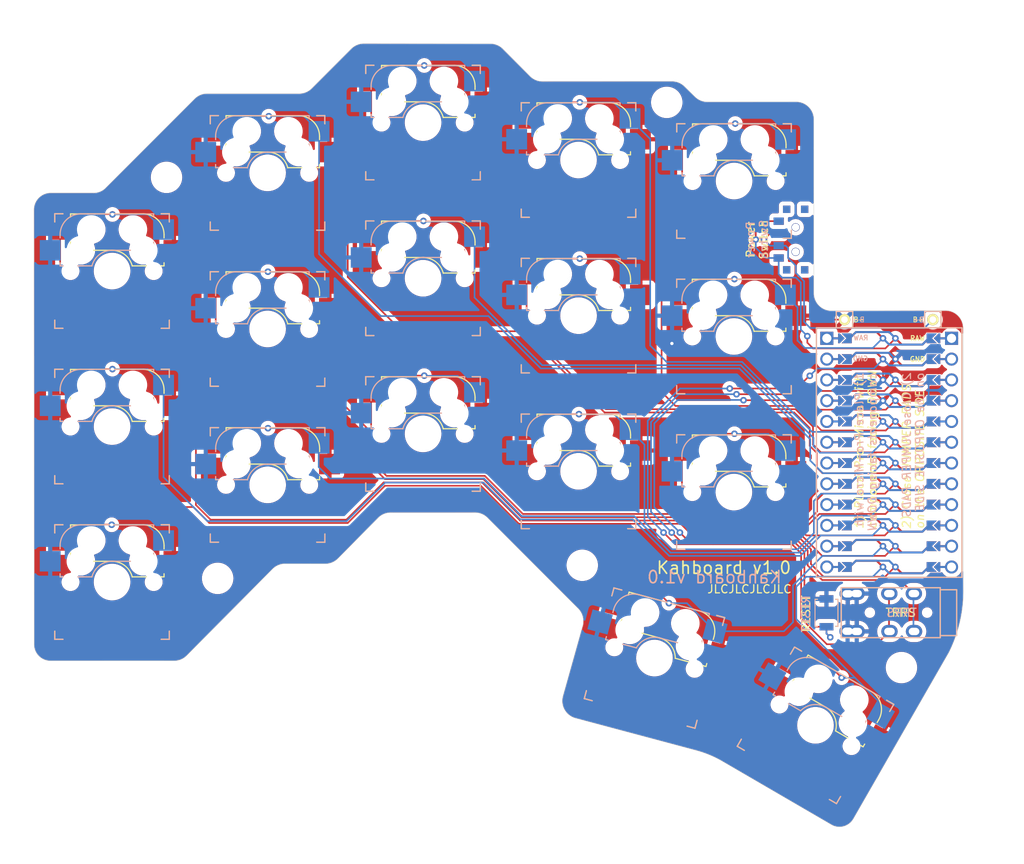
<source format=kicad_pcb>
(kicad_pcb (version 20221018) (generator pcbnew)
  (title_block (title "Kahboard") (date "2023-06-17") (rev "1.0") (company "Antoine Kahlouche"))
  (layers (0 "F.Cu" signal) (31 "B.Cu" signal) (34 "B.Paste" user) (35 "F.Paste" user) (36 "B.SilkS" user "B.Silkscreen") (37 "F.SilkS" user "F.Silkscreen") (38 "B.Mask" user) (39 "F.Mask" user) (44 "Edge.Cuts" user))
  (net 0 "")
  (net 1 "gnd")
  (net 2 "vcc")
  (net 3 "Switch18")
  (net 4 "reset")
  (net 5 "Switch1")
  (net 6 "Switch2")
  (net 7 "Switch3")
  (net 8 "Switch4")
  (net 9 "Switch5")
  (net 10 "Switch6")
  (net 11 "Switch7")
  (net 12 "Switch8")
  (net 13 "Switch9")
  (net 14 "Switch10")
  (net 15 "Switch11")
  (net 16 "Switch12")
  (net 17 "Switch13")
  (net 18 "Switch14")
  (net 19 "Switch15")
  (net 20 "Switch16")
  (net 21 "Switch17")
  (net 22 "raw")
  (net 23 "BT+_r")
  (net 24 "Net-(SW_POWERR1-Pad1)")
  (footprint "kbd:1pin_conn" (layer "F.Cu") (at 145.288 82.931)
    (fp_text reference "Bat+r1" hide)
    (fp_text value "MountingHole_Pad" hide)
  )
  (footprint "kbd:1pin_conn" (layer "F.Cu") (at 134.493 82.931)
    (fp_text reference "BatGND1" hide)
    (fp_text value "MountingHole_Pad" hide)
  )
  (footprint "Keyswitches by Daprice:Kailh_socket_MX_reversible_sameside" (layer "F.Cu") (at 45 96)
    (fp_text reference "SW2" hide)
    (fp_text value "SW_Push" hide)
  )
  (footprint "Keyswitches by Daprice:Kailh_socket_MX_reversible_sameside" (layer "F.Cu") (at 120.98 104.008)
    (fp_text reference "SW3" hide)
    (fp_text value "SW_Push" hide)
  )
  (footprint "Keyswitches by Daprice:Kailh_socket_MX_reversible_sameside" (layer "F.Cu") (at 83 58.86)
    (fp_text reference "SW4" hide)
    (fp_text value "SW_Push" hide)
  )
  (footprint "Keyswitches by Daprice:Kailh_socket_MX_reversible_sameside" (layer "F.Cu") (at 102 82.45)
    (fp_text reference "SW5" hide)
    (fp_text value "SW_Push" hide)
  )
  (footprint "Keyswitches by Daprice:Kailh_socket_MX_reversible_sameside" (layer "F.Cu") (at 121 66)
    (fp_text reference "SW6" hide)
    (fp_text value "SW_Push" hide)
  )
  (footprint "Keyswitches by Daprice:Kailh_socket_MX_reversible_sameside" (layer "F.Cu") (at 83 96.896)
    (fp_text reference "SW8" hide)
    (fp_text value "SW_Push" hide)
  )
  (footprint "Keyswitches by Daprice:Kailh_socket_MX_reversible_sameside" (layer "F.Cu") (at 64 84.074)
    (fp_text reference "SW9" hide)
    (fp_text value "SW_Push" hide)
  )
  (footprint "Keyswitches by Daprice:Kailh_socket_MX_reversible_sameside" (layer "F.Cu") (at 45 77)
    (fp_text reference "SW10" hide)
    (fp_text value "SW_Push" hide)
  )
  (footprint "Keyswitches by Daprice:Kailh_socket_MX_reversible_sameside" (layer "F.Cu") (at 45 115)
    (fp_text reference "SW11" hide)
    (fp_text value "SW_Push" hide)
  )
  (footprint "Keyswitches by Daprice:Kailh_socket_MX_reversible_sameside" (layer "F.Cu") (at 120.98 84.99)
    (fp_text reference "SW12" hide)
    (fp_text value "SW_Push" hide)
  )
  (footprint "Keyswitches by Daprice:Kailh_socket_MX_reversible_sameside" (layer "F.Cu") (at 101.994 63.432)
    (fp_text reference "SW14" hide)
    (fp_text value "SW_Push" hide)
  )
  (footprint "Keyswitches by Daprice:Kailh_socket_MX_reversible_sameside" (layer "F.Cu") (at 83 77.878)
    (fp_text reference "SW15" hide)
    (fp_text value "SW_Push" hide)
  )
  (footprint "Keyswitches by Daprice:Kailh_socket_MX_reversible_sameside" (layer "F.Cu") (at 102 101.468)
    (fp_text reference "SW17" hide)
    (fp_text value "SW_Push" hide)
  )
  (footprint "Keyswitches by Daprice:Kailh_socket_MX_reversible_sameside" (layer "F.Cu") (at 130.95 132.504 -30)
    (fp_text reference "SW20" hide)
    (fp_text value "SW_Push" hide)
  )
  (footprint "Keyswitches by Daprice:Kailh_socket_MX_reversible_sameside" (layer "F.Cu") (at 111.272 124.288 -15)
    (fp_text reference "SW21" hide)
    (fp_text value "SW_Push" hide)
  )
  (footprint "kbd:SW_SPST_B3U-1000P" (layer "F.Cu") (at 132.291 118.758 -90)
    (fp_text reference "RST_B" hide)
    (fp_text value "SW_Push")
  )
  (footprint "Keyswitches by Daprice:Kailh_socket_MX_reversible_sameside" (layer "F.Cu") (at 64.008 103.124)
    (fp_text reference "SW18" hide)
    (fp_text value "SW_Push" hide)
  )
  (footprint "Promicro-Jumpers:ProMicro_facedown" (layer "F.Cu") (at 139.954 99.187 -90)
    (fp_text reference "U1" hide)
    (fp_text value "ProMicro-kbd" hide)
  )
  (footprint "Kailh:TRRS-PJ-DPB2" (layer "F.Cu") (at 146.19 118.734 -90)
    (fp_text reference "J2")
    (fp_text value "AudioJack4dpb" hide)
  )
  (footprint "Keyswitches by Daprice:Kailh_socket_MX_reversible_sameside" (layer "F.Cu") (at 64 65)
    (fp_text reference "SW16" hide)
    (fp_text value "SW_Push" hide)
  )
  (footprint "duckyb-footprints:MountingHole_3.35mm" (layer "F.Cu") (at 51.652 65.549)
    (fp_text reference "Mounting 04" hide)
    (fp_text value "MountingHole_3.35mm")
  )
  (footprint "duckyb-footprints:MountingHole_3.35mm" (layer "F.Cu") (at 57.902 114.549)
    (fp_text reference "Mounting 03" hide)
    (fp_text value "MountingHole_3.35mm")
  )
  (footprint "Kailh:SPDT_C128955r" (layer "F.Cu") (at 128.524 73.152 -90)
    (fp_text reference "SW_POWERR_BK" hide)
    (fp_text value "SW_SPDT")
  )
  (footprint "duckyb-footprints:MountingHole_3.35mm" (layer "F.Cu") (at 141.452 125.449)
    (fp_text reference "Mounting 02" hide)
    (fp_text value "MountingHole_3.35mm")
  )
  (footprint "duckyb-footprints:MountingHole_3.35mm" (layer "F.Cu") (at 102.452 112.949)
    (fp_text reference "Mounting 05" hide)
    (fp_text value "MountingHole_3.35mm")
  )
  (footprint "duckyb-footprints:MountingHole_3.35mm" (layer "F.Cu") (at 112.776 56.388)
    (fp_text reference "Mounting 01" hide)
    (fp_text value "MountingHole_3.35mm")
  )
  (footprint "Kailh:SPDT_C128955" (layer "B.Cu") (at 128.524 73.152 90)
    (fp_text reference "SW_POWERR1" hide)
    (fp_text value "SW_SPDT")
  )
  (footprint "kbd:SW_SPST_B3U-1000P" (layer "B.Cu") (at 132.289 118.758 -90)
    (fp_text reference "RST_F" hide)
    (fp_text value "SW_Push")
  )
  (gr_arc (start 117.746 56.326245) (mid 116.936926 56.168754) (end 116.246 55.71928) (stroke (width 0.05)) (layer "Edge.Cuts"))
  (gr_arc (start 97.596 53.826245) (mid 96.786926 53.668754) (end 96.096 53.21928) (stroke (width 0.05)) (layer "Edge.Cuts"))
  (gr_arc (start 72.626925 112.099208) (mid 71.904534 112.594847) (end 71.046 112.76928) (stroke (width 0.05)) (layer "Edge.Cuts"))
  (gr_line (start 35.452 69.499) (end 35.473467 122.687563) (stroke (width 0.05)) (layer "Edge.Cuts"))
  (gr_line (start 149.006 113.69778) (end 149.018 116.21728) (stroke (width 0.05)) (layer "Edge.Cuts"))
  (gr_line (start 130.752 79.699) (end 130.746 58.46928) (stroke (width 0.05)) (layer "Edge.Cuts"))
  (gr_arc (start 77.546 107.11928) (mid 78.260224 106.660535) (end 79.096146 106.512897) (stroke (width 0.05)) (layer "Edge.Cuts"))
  (gr_line (start 132.902 81.849) (end 146.845999 81.819281) (stroke (width 0.05)) (layer "Edge.Cuts"))
  (gr_line (start 66.196154 112.762897) (end 71.046 112.76928) (stroke (width 0.05)) (layer "Edge.Cuts"))
  (gr_line (start 69.401635 54.674915) (end 74.196001 49.869281) (stroke (width 0.05)) (layer "Edge.Cuts"))
  (gr_line (start 37.508468 124.618481) (end 52.596 124.61928) (stroke (width 0.05)) (layer "Edge.Cuts"))
  (gr_line (start 56.596 55.31928) (end 67.846 55.31928) (stroke (width 0.05)) (layer "Edge.Cuts"))
  (gr_arc (start 116.230639 135.52861) (mid 117.827343 136.050955) (end 119.346 136.76928) (stroke (width 0.05)) (layer "Edge.Cuts"))
  (gr_arc (start 69.401635 54.674915) (mid 68.687904 55.151815) (end 67.846 55.31928) (stroke (width 0.05)) (layer "Edge.Cuts"))
  (gr_arc (start 128.596 56.31928) (mid 130.11628 56.949) (end 130.746 58.46928) (stroke (width 0.05)) (layer "Edge.Cuts"))
  (gr_line (start 147.255679 123.582937) (end 135.537005 143.999565) (stroke (width 0.05)) (layer "Edge.Cuts"))
  (gr_arc (start 89.295799 106.510581) (mid 90.198076 106.685226) (end 90.946 107.21928) (stroke (width 0.05)) (layer "Edge.Cuts"))
  (gr_arc (start 113.496 53.81928) (mid 114.304176 54.0056) (end 114.983588 54.481271) (stroke (width 0.05)) (layer "Edge.Cuts"))
  (gr_arc (start 54.091156 124.014275) (mid 53.402462 124.462298) (end 52.596 124.61928) (stroke (width 0.05)) (layer "Edge.Cuts"))
  (gr_line (start 79.096146 106.512897) (end 89.295799 106.510581) (stroke (width 0.05)) (layer "Edge.Cuts"))
  (gr_arc (start 35.452 69.499) (mid 36.052431 68.049431) (end 37.502 67.449) (stroke (width 0.05)) (layer "Edge.Cuts"))
  (gr_line (start 113.496 53.81928) (end 97.596 53.826245) (stroke (width 0.05)) (layer "Edge.Cuts"))
  (gr_line (start 54.091156 124.014275) (end 64.646 113.36928) (stroke (width 0.05)) (layer "Edge.Cuts"))
  (gr_arc (start 44.152 66.899) (mid 43.504613 67.307761) (end 42.752431 67.45065) (stroke (width 0.05)) (layer "Edge.Cuts"))
  (gr_arc (start 146.845999 81.819281) (mid 148.366286 82.449) (end 148.995999 83.969281) (stroke (width 0.05)) (layer "Edge.Cuts"))
  (gr_line (start 114.983588 54.481271) (end 116.246 55.71928) (stroke (width 0.05)) (layer "Edge.Cuts"))
  (gr_arc (start 64.646 113.36928) (mid 65.360228 112.910534) (end 66.196154 112.762897) (stroke (width 0.05)) (layer "Edge.Cuts"))
  (gr_arc (start 101.596 131.619279) (mid 100.292104 130.589409) (end 100.090145 128.94017) (stroke (width 0.05)) (layer "Edge.Cuts"))
  (gr_arc (start 37.508468 124.618481) (mid 36.096019 124.06926) (end 35.473467 122.687563) (stroke (width 0.05)) (layer "Edge.Cuts"))
  (gr_arc (start 132.902 81.849) (mid 131.381716 81.219284) (end 130.752 79.699) (stroke (width 0.05)) (layer "Edge.Cuts"))
  (gr_line (start 102.496 120.36928) (end 100.090145 128.94017) (stroke (width 0.05)) (layer "Edge.Cuts"))
  (gr_line (start 72.626925 112.099208) (end 77.546 107.11928) (stroke (width 0.05)) (layer "Edge.Cuts"))
  (gr_line (start 148.995999 83.969281) (end 149.006 113.69778) (stroke (width 0.05)) (layer "Edge.Cuts"))
  (gr_line (start 37.502 67.449) (end 42.752431 67.449431) (stroke (width 0.05)) (layer "Edge.Cuts"))
  (gr_line (start 91.196 49.219281) (end 75.796216 49.2008) (stroke (width 0.05)) (layer "Edge.Cuts"))
  (gr_line (start 90.946 107.21928) (end 101.940343 118.224939) (stroke (width 0.05)) (layer "Edge.Cuts"))
  (gr_arc (start 74.196001 49.869281) (mid 74.927092 49.369829) (end 75.796216 49.2008) (stroke (width 0.05)) (layer "Edge.Cuts"))
  (gr_arc (start 135.533482 143.997336) (mid 134.317454 144.860168) (end 132.846001 144.619279) (stroke (width 0.05)) (layer "Edge.Cuts"))
  (gr_line (start 101.596 131.619279) (end 116.230639 135.52861) (stroke (width 0.05)) (layer "Edge.Cuts"))
  (gr_line (start 128.596 56.31928) (end 117.746 56.326245) (stroke (width 0.05)) (layer "Edge.Cuts"))
  (gr_arc (start 101.940343 118.224939) (mid 102.510202 119.221436) (end 102.496 120.36928) (stroke (width 0.05)) (layer "Edge.Cuts"))
  (gr_line (start 44.152 66.899) (end 55.095274 55.942296) (stroke (width 0.05)) (layer "Edge.Cuts"))
  (gr_arc (start 55.095274 55.942296) (mid 55.783546 55.481222) (end 56.596 55.31928) (stroke (width 0.05)) (layer "Edge.Cuts"))
  (gr_line (start 119.346 136.76928) (end 132.846001 144.619279) (stroke (width 0.05)) (layer "Edge.Cuts"))
  (gr_line (start 92.654472 49.75964) (end 96.096 53.21928) (stroke (width 0.05)) (layer "Edge.Cuts"))
  (gr_arc (start 91.196 49.219281) (mid 91.975294 49.354351) (end 92.654472 49.75964) (stroke (width 0.05)) (layer "Edge.Cuts"))
  (gr_arc (start 149.018 116.21728) (mid 148.55683 120.000596) (end 147.255679 123.582937) (stroke (width 0.05)) (layer "Edge.Cuts"))
  (gr_text "1) Place Pro-Micro with\ncomponents facing DOWN" (at 137.102 89.281 90) (layer "B.SilkS") (effects (font (size 1 1) (thickness 0.15) italic) (justify left mirror)))
  (gr_text "2) Close JUMPER PADS\non the OPPOSITE SIDE" (at 142.902 89.281 90) (layer "B.SilkS") (effects (font (size 1 1) (thickness 0.15) italic) (justify left mirror)))
  (gr_text "B+" (at 143.51 82.931) (layer "B.SilkS") (effects (font (size 0.6 0.6) (thickness 0.1)) (justify mirror)))
  (gr_text "Power\nSwitch" (at 123.825 73.152 90) (layer "B.SilkS") (effects (font (size 1 1)) (justify mirror)))
  (gr_text "GND" (at 135.4455 87.6935) (layer "B.SilkS") (effects (font (size 0.6 0.6) (thickness 0.12)) (justify right mirror)))
  (gr_text "RAW" (at 135.509 85.1535) (layer "B.SilkS") (effects (font (size 0.6 0.6) (thickness 0.12)) (justify right mirror)))
  (gr_text "B-" (at 136.271 82.931) (layer "B.SilkS") (effects (font (size 0.6 0.6) (thickness 0.1)) (justify mirror)))
  (gr_text "Kahboard v1.0\n" (at 110.252 114.399) (layer "B.SilkS") (effects (font (size 1.5 1.5) (thickness 0.2) bold) (justify right mirror)))
  (gr_text "GND" (at 144.399 87.757) (layer "F.SilkS") (effects (font (size 0.6 0.6) (thickness 0.12)) (justify right)))
  (gr_text "B+" (at 143.51 82.931) (layer "F.SilkS") (effects (font (size 0.6 0.6) (thickness 0.1))))
  (gr_text "1) Place Pro-Micro with\ncomponents facing DOWN" (at 137.102 108.585 90) (layer "F.SilkS") (effects (font (size 1 1) (thickness 0.15) italic) (justify left)))
  (gr_text "JLCJLCJLCJLC" (at 117.641284 116.449) (layer "F.SilkS") (effects (font (size 1 1)) (justify left bottom)))
  (gr_text "2) Close JUMPER PADS\non the OPPOSITE SIDE" (at 142.902 108.585 90) (layer "F.SilkS") (effects (font (size 1 1) (thickness 0.15) italic) (justify left)))
  (gr_text "Kahboard v1.0\n" (at 128.102 113.249) (layer "F.SilkS") (effects (font (size 1.5 1.5) (thickness 0.2) bold) (justify right)))
  (gr_text "B-" (at 136.271 82.931) (layer "F.SilkS") (effects (font (size 0.6 0.6) (thickness 0.1))))
  (gr_text "Power\nSwitch" (at 123.825 73.152 90) (layer "F.SilkS") (effects (font (size 1 1))))
  (gr_text "RAW" (at 144.399 85.217) (layer "F.SilkS") (effects (font (size 0.6 0.6) (thickness 0.12)) (justify right)))
  (segment (start 113.402 85.849) (end 116.802 89.249) (width 0.2) (layer "F.Cu") (net 1))
  (segment (start 128.54 82.45) (end 129.021 82.931) (width 0.2) (layer "F.Cu") (net 1))
  (segment (start 128.54 85.811) (end 128.54 82.45) (width 0.2) (layer "F.Cu") (net 1))
  (segment (start 139.202 90.287) (end 139.192 90.297) (width 0.2) (layer "F.Cu") (net 1))
  (segment (start 139.202 89.192) (end 139.202 90.287) (width 0.2) (layer "F.Cu") (net 1))
  (segment (start 128.482 85.929) (end 128.482 82.429) (width 0.2) (layer "F.Cu") (net 1))
  (segment (start 140.716 87.757) (end 139.474 88.999) (width 0.2) (layer "F.Cu") (net 1))
  (segment (start 134.89 120.984) (end 134.87 121.004) (width 0.2) (layer "F.Cu") (net 1))
  (segment (start 139.474 88.999) (end 131.552 88.999) (width 0.2) (layer "F.Cu") (net 1))
  (segment (start 134.855 116.399) (end 134.89 116.434) (width 0.2) (layer "F.Cu") (net 1))
  (segment (start 131.552 88.999) (end 128.482 85.929) (width 0.2) (layer "F.Cu") (net 1))
  (segment (start 134.266 117.058) (end 134.89 116.434) (width 0.2) (layer "F.Cu") (net 1))
  (segment (start 129.021 82.931) (end 134.493 82.931) (width 0.2) (layer "F.Cu") (net 1))
  (segment (start 135.97 121.014) (end 135.99 121.034) (width 0.2) (layer "F.Cu") (net 1))
  (segment (start 125.102 89.249) (end 128.54 85.811) (width 0.2) (layer "F.Cu") (net 1))
  (segment (start 140.658 87.736) (end 139.202 89.192) (width 0.2) (layer "F.Cu") (net 1))
  (segment (start 116.802 89.249) (end 125.102 89.249) (width 0.2) (layer "F.Cu") (net 1))
  (via (at 113.402 85.849) (size 0.8) (drill 0.4) (layers "F.Cu" "B.Cu") (net 1))
  (segment (start 134.266 117.058) (end 134.89 116.434) (width 0.2) (layer "B.Cu") (net 1))
  (segment (start 113.402 85.849) (end 113.42 85.831) (width 0.2) (layer "B.Cu") (net 1))
  (segment (start 113.42 85.831) (end 113.42 82.45) (width 0.2) (layer "B.Cu") (net 1))
  (segment (start 134.89 120.984) (end 134.87 121.004) (width 0.2) (layer "B.Cu") (net 1))
  (segment (start 144.78 92.837) (end 144.78 90.297) (width 0.2) (layer "B.Cu") (net 1))
  (segment (start 135.99 116.424) (end 135.97 116.404) (width 0.2) (layer "B.Cu") (net 1))
  (segment (start 129.994 111.163314) (end 129.994 112.969317) (width 0.2) (layer "F.Cu") (net 2))
  (segment (start 128.409686 109.579) (end 129.994 111.163314) (width 0.2) (layer "F.Cu") (net 2))
  (segment (start 115.009738 109.579) (end 128.409686 109.579) (width 0.2) (layer "F.Cu") (net 2))
  (segment (start 129.994 112.969317) (end 130.376 113.351317) (width 0.2) (layer "F.Cu") (net 2))
  (segment (start 131.76768 114.749) (end 141.278 114.749) (width 0.2) (layer "F.Cu") (net 2))
  (segment (start 114.380197 108.949459) (end 115.009738 109.579) (width 0.2) (layer "F.Cu") (net 2))
  (segment (start 130.376 113.351317) (end 130.376 113.35732) (width 0.2) (layer "F.Cu") (net 2))
  (segment (start 128.541058 92.779) (end 129.699058 93.937) (width 0.2) (layer "F.Cu") (net 2))
  (segment (start 139.537 93.937) (end 140.658 92.816) (width 0.2) (layer "F.Cu") (net 2))
  (segment (start 122.1525 92.779) (end 128.541058 92.779) (width 0.2) (layer "F.Cu") (net 2))
  (segment (start 122.152 92.7795) (end 122.1525 92.779) (width 0.2) (layer "F.Cu") (net 2))
  (segment (start 130.376 113.35732) (end 131.76768 114.749) (width 0.2) (layer "F.Cu") (net 2))
  (segment (start 141.278 114.749) (end 142.912 116.383) (width 0.2) (layer "F.Cu") (net 2))
  (segment (start 129.699058 93.937) (end 139.537 93.937) (width 0.2) (layer "F.Cu") (net 2))
  (via (at 122.152 92.7795) (size 0.8) (drill 0.4) (layers "F.Cu" "B.Cu") (net 2))
  (via (at 114.380197 108.949459) (size 0.8) (drill 0.4) (layers "F.Cu" "B.Cu") (net 2))
  (segment (start 114.380197 108.949459) (end 113.679238 108.2485) (width 0.2) (layer "B.Cu") (net 2))
  (segment (start 113.679238 108.2485) (end 113.6515 108.2485) (width 0.2) (layer "B.Cu") (net 2))
  (segment (start 111.252 95.614686) (end 114.117686 92.749) (width 0.2) (layer "B.Cu") (net 2))
  (segment (start 142.92 121.013) (end 142.94 121.033) (width 0.2) (layer "B.Cu") (net 2))
  (segment (start 114.117686 92.749) (end 122.1215 92.749) (width 0.2) (layer "B.Cu") (net 2))
  (segment (start 142.92 116.403) (end 142.92 121.013) (width 0.2) (layer "B.Cu") (net 2))
  (segment (start 111.252 105.849) (end 111.252 95.614686) (width 0.2) (layer "B.Cu") (net 2))
  (segment (start 122.1215 92.749) (end 122.172 92.7995) (width 0.2) (layer "B.Cu") (net 2))
  (segment (start 113.6515 108.2485) (end 111.252 105.849) (width 0.2) (layer "B.Cu") (net 2))
  (segment (start 139.932 121.013) (end 139.932 116.403) (width 0.2) (layer "F.Cu") (net 3))
  (segment (start 139.912 116.747) (end 139.912 116.383) (width 0.2) (layer "F.Cu") (net 3))
  (segment (start 139.944 116.779) (end 139.912 116.747) (width 0.2) (layer "F.Cu") (net 3))
  (segment (start 113.811052 110.379) (end 112.381193 108.949141) (width 0.2) (layer "F.Cu") (net 3))
  (segment (start 132.336315 122.599) (end 129.194 119.456685) (width 0.2) (layer "F.Cu") (net 3))
  (segment (start 130.252 89.799) (end 130.202 89.799) (width 0.2) (layer "F.Cu") (net 3))
  (segment (start 128.078314 110.379) (end 118.422 110.379) (width 0.2) (layer "F.Cu") (net 3))
  (segment (start 129.194 119.456685) (end 129.194 111.494686) (width 0.2) (layer "F.Cu") (net 3))
  (segment (start 129.194 111.494686) (end 128.078314 110.379) (width 0.2) (layer "F.Cu") (net 3))
  (segment (start 139.99 121.034) (end 138.425 122.599) (width 0.2) (layer "F.Cu") (net 3))
  (segment (start 128.6515 91.3495) (end 120.470561 91.3495) (width 0.2) (layer "F.Cu") (net 3))
  (segment (start 139.932 116.403) (end 139.912 116.383) (width 0.2) (layer "F.Cu") (net 3))
  (segment (start 138.425 122.599) (end 132.336315 122.599) (width 0.2) (layer "F.Cu") (net 3))
  (segment (start 130.202 89.799) (end 128.6515 91.3495) (width 0.2) (layer "F.Cu") (net 3))
  (segment (start 118.422 110.379) (end 113.811052 110.379) (width 0.2) (layer "F.Cu") (net 3))
  (via (at 112.381193 108.949141) (size 0.8) (drill 0.4) (layers "F.Cu" "B.Cu") (net 3))
  (via (at 120.470561 91.3495) (size 0.8) (drill 0.4) (layers "F.Cu" "B.Cu") (net 3))
  (via (at 130.252 89.799) (size 0.8) (drill 0.4) (layers "F.Cu" "B.Cu") (net 3))
  (segment (start 110.452 106.999) (end 112.381193 108.928193) (width 0.2) (layer "B.Cu") (net 3))
  (segment (start 114.386314 91.349) (end 110.452 95.283314) (width 0.2) (layer "B.Cu") (net 3))
  (segment (start 120.470561 91.3495) (end 120.470061 91.349) (width 0.2) (layer "B.Cu") (net 3))
  (segment (start 112.381193 108.928193) (end 112.381193 108.949141) (width 0.2) (layer "B.Cu") (net 3))
  (segment (start 131.152 88.899) (end 138.102 88.899) (width 0.2) (layer "B.Cu") (net 3))
  (segment (start 120.470061 91.349) (end 114.386314 91.349) (width 0.2) (layer "B.Cu") (net 3))
  (segment (start 139.94 116.423) (end 139.92 116.403) (width 0.2) (layer "B.Cu") (net 3))
  (segment (start 130.252 89.799) (end 131.152 88.899) (width 0.2) (layer "B.Cu") (net 3))
  (segment (start 139.192 87.809) (end 139.192 87.757) (width 0.2) (layer "B.Cu") (net 3))
  (segment (start 138.102 88.899) (end 139.192 87.809) (width 0.2) (layer "B.Cu") (net 3))
  (segment (start 110.452 95.283314) (end 110.452 106.999) (width 0.2) (layer "B.Cu") (net 3))
  (segment (start 130.761 120.458) (end 129.594 119.291) (width 0.2) (layer "F.Cu") (net 4))
  (segment (start 129.594 111.329) (end 128.244 109.979) (width 0.2) (layer "F.Cu") (net 4))
  (segment (start 121.299221 92.049) (end 129.102 92.049) (width 0.2) (layer "F.Cu") (net 4))
  (segment (start 139.363 91.65) (end 140.716 90.297) (width 0.2) (layer "F.Cu") (net 4))
  (segment (start 128.244 109.979) (end 116.852 109.979) (width 0.2) (layer "F.Cu") (net 4))
  (segment (start 116.852 109.979) (end 114.411195 109.979) (width 0.2) (layer "F.Cu") (net 4))
  (segment (start 121.298721 92.0495) (end 121.299221 92.049) (width 0.2) (layer "F.Cu") (net 4))
  (segment (start 129.501 91.65) (end 139.363 91.65) (width 0.2) (layer "F.Cu") (net 4))
  (segment (start 132.291 120.458) (end 130.761 120.458) (width 0.2) (layer "F.Cu") (net 4))
  (segment (start 114.411195 109.979) (end 113.380695 108.9485) (width 0.2) (layer "F.Cu") (net 4))
  (segment (start 129.594 119.291) (end 129.594 111.329) (width 0.2) (layer "F.Cu") (net 4))
  (segment (start 132.291 120.458) (end 132.291 121.288) (width 0.2) (layer "F.Cu") (net 4))
  (segment (start 132.291 121.288) (end 132.752 121.749) (width 0.2) (layer "F.Cu") (net 4))
  (segment (start 129.102 92.049) (end 129.501 91.65) (width 0.2) (layer "F.Cu") (net 4))
  (via (at 132.752 121.749) (size 0.8) (drill 0.4) (layers "F.Cu" "B.Cu") (net 4))
  (via (at 113.380695 108.9485) (size 0.8) (drill 0.4) (layers "F.Cu" "B.Cu") (net 4))
  (via (at 121.298721 92.0495) (size 0.8) (drill 0.4) (layers "F.Cu" "B.Cu") (net 4))
  (segment (start 110.852 106.419805) (end 113.380695 108.9485) (width 0.2) (layer "B.Cu") (net 4))
  (segment (start 114.252 92.049) (end 110.852 95.449) (width 0.2) (layer "B.Cu") (net 4))
  (segment (start 121.298221 92.049) (end 114.252 92.049) (width 0.2) (layer "B.Cu") (net 4))
  (segment (start 110.852 95.449) (end 110.852 106.419805) (width 0.2) (layer "B.Cu") (net 4))
  (segment (start 132.289 121.286) (end 132.289 120.458) (width 0.2) (layer "B.Cu") (net 4))
  (segment (start 132.752 121.749) (end 132.289 121.286) (width 0.2) (layer "B.Cu") (net 4))
  (segment (start 121.298721 92.0495) (end 121.298221 92.049) (width 0.2) (layer "B.Cu") (net 4))
  (segment (start 40.572 88.979) (end 38.652 90.899) (width 0.2) (layer "F.Cu") (net 5))
  (segment (start 45.044 88.979) (end 40.572 88.979) (width 0.2) (layer "F.Cu") (net 5))
  (via (at 45.044 88.979) (size 0.8) (drill 0.4) (layers "F.Cu" "B.Cu") (net 5))
  (segment (start 108.620628 107.349) (end 113.07063 111.799) (width 0.2) (layer "B.Cu") (net 5))
  (segment (start 131.602 109.299) (end 137.919 109.299) (width 0.2) (layer "B.Cu") (net 5))
  (segment (start 137.919 109.299) (end 139.142 108.076) (width 0.2) (layer "B.Cu") (net 5))
  (segment (start 73.652 107.549) (end 78.352 102.849) (width 0.2) (layer "B.Cu") (net 5))
  (segment (start 90.386314 102.849) (end 94.886315 107.349) (width 0.2) (layer "B.Cu") (net 5))
  (segment (start 94.886315 107.349) (end 108.620628 107.349) (width 0.2) (layer "B.Cu") (net 5))
  (segment (start 78.352 102.849) (end 90.386314 102.849) (width 0.2) (layer "B.Cu") (net 5))
  (segment (start 49.349 88.979) (end 45.044 88.979) (width 0.2) (layer "B.Cu") (net 5))
  (segment (start 51.29 90.92) (end 49.349 88.979) (width 0.2) (layer "B.Cu") (net 5))
  (segment (start 51.29 90.92) (end 51.29 102.187) (width 0.2) (layer "B.Cu") (net 5))
  (segment (start 129.102 111.799) (end 131.602 109.299) (width 0.2) (layer "B.Cu") (net 5))
  (segment (start 51.29 102.187) (end 56.652 107.549) (width 0.2) (layer "B.Cu") (net 5))
  (segment (start 56.652 107.549) (end 73.652 107.549) (width 0.2) (layer "B.Cu") (net 5))
  (segment (start 113.07063 111.799) (end 129.102 111.799) (width 0.2) (layer "B.Cu") (net 5))
  (segment (start 121.044 96.879) (end 116.66 96.879) (width 0.2) (layer "F.Cu") (net 6))
  (segment (start 139.435 104.199) (end 140.658 102.976) (width 0.2) (layer "F.Cu") (net 6))
  (segment (start 114.632 105.767) (end 116.444 107.579) (width 0.2) (layer "F.Cu") (net 6))
  (segment (start 116.66 96.879) (end 114.632 98.907) (width 0.2) (layer "F.Cu") (net 6))
  (segment (start 131.144 106.379) (end 131.144 104.957) (width 0.2) (layer "F.Cu") (net 6))
  (segment (start 131.902 104.199) (end 139.435 104.199) (width 0.2) (layer "F.Cu") (net 6))
  (segment (start 116.444 107.579) (end 129.944 107.579) (width 0.2) (layer "F.Cu") (net 6))
  (segment (start 131.144 104.957) (end 131.902 104.199) (width 0.2) (layer "F.Cu") (net 6))
  (segment (start 129.944 107.579) (end 131.144 106.379) (width 0.2) (layer "F.Cu") (net 6))
  (segment (start 114.632 98.907) (end 114.632 105.767) (width 0.2) (layer "F.Cu") (net 6))
  (via (at 121.044 96.879) (size 0.8) (drill 0.4) (layers "F.Cu" "B.Cu") (net 6))
  (segment (start 127.22 98.927) (end 125.192 96.899) (width 0.2) (layer "B.Cu") (net 6))
  (segment (start 125.192 96.899) (end 121.052 96.899) (width 0.2) (layer "B.Cu") (net 6))
  (segment (start 128.343999 94.279) (end 130.244 96.179001) (width 0.2) (layer "F.Cu") (net 7))
  (segment (start 139.395 101.699) (end 140.658 100.436) (width 0.2) (layer "F.Cu") (net 7))
  (segment (start 131.102 100.999) (end 131.802 101.699) (width 0.2) (layer "F.Cu") (net 7))
  (segment (start 76.6611 53.9801) (end 76.6611 64.3619) (width 0.2) (layer "F.Cu") (net 7))
  (segment (start 73.794 77.729) (end 80.417685 84.352685) (width 0.2) (layer "F.Cu") (net 7))
  (segment (start 130.244 98.356686) (end 131.102 99.214686) (width 0.2) (layer "F.Cu") (net 7))
  (segment (start 78.532 51.879) (end 76.652 53.759) (width 0.2) (layer "F.Cu") (net 7))
  (segment (start 76.652 53.971) (end 76.6611 53.9801) (width 0.2) (layer "F.Cu") (net 7))
  (segment (start 130.244 96.179001) (end 130.244 98.356686) (width 0.2) (layer "F.Cu") (net 7))
  (segment (start 131.802 101.699) (end 139.395 101.699) (width 0.2) (layer "F.Cu") (net 7))
  (segment (start 105.178316 94.279) (end 128.343999 94.279) (width 0.2) (layer "F.Cu") (net 7))
  (segment (start 83.144 51.879) (end 78.532 51.879) (width 0.2) (layer "F.Cu") (net 7))
  (segment (start 76.652 53.759) (end 76.652 53.971) (width 0.2) (layer "F.Cu") (net 7))
  (segment (start 95.252 84.352685) (end 105.178316 94.279) (width 0.2) (layer "F.Cu") (net 7))
  (segment (start 73.794 67.229) (end 73.794 77.729) (width 0.2) (layer "F.Cu") (net 7))
  (segment (start 80.417685 84.352685) (end 95.252 84.352685) (width 0.2) (layer "F.Cu") (net 7))
  (segment (start 76.6611 64.3619) (end 73.794 67.229) (width 0.2) (layer "F.Cu") (net 7))
  (segment (start 131.102 99.214686) (end 131.102 100.999) (width 0.2) (layer "F.Cu") (net 7))
  (via (at 83.144 51.879) (size 0.8) (drill 0.4) (layers "F.Cu" "B.Cu") (net 7))
  (segment (start 89.24 53.779) (end 87.36 51.899) (width 0.2) (layer "B.Cu") (net 7))
  (segment (start 87.36 51.899) (end 83.152 51.899) (width 0.2) (layer "B.Cu") (net 7))
  (segment (start 130.644 98.191) (end 131.602 99.149) (width 0.2) (layer "F.Cu") (net 8))
  (segment (start 131.602 99.149) (end 139.405 99.149) (width 0.2) (layer "F.Cu") (net 8))
  (segment (start 105.344001 93.879) (end 128.509685 93.879) (width 0.2) (layer "F.Cu") (net 8))
  (segment (start 128.509685 93.879) (end 130.644 96.013315) (width 0.2) (layer "F.Cu") (net 8))
  (segment (start 95.652 84.186999) (end 105.344001 93.879) (width 0.2) (layer "F.Cu") (net 8))
  (segment (start 102.144 75.479) (end 97.522 75.479) (width 0.2) (layer "F.Cu") (net 8))
  (segment (start 97.522 75.479) (end 95.652 77.349) (width 0.2) (layer "F.Cu") (net 8))
  (segment (start 139.405 99.149) (end 140.658 97.896) (width 0.2) (layer "F.Cu") (net 8))
  (segment (start 130.644 96.013315) (end 130.644 98.191) (width 0.2) (layer "F.Cu") (net 8))
  (segment (start 95.652 77.349) (end 95.652 84.186999) (width 0.2) (layer "F.Cu") (net 8))
  (via (at 102.144 75.479) (size 0.8) (drill 0.4) (layers "F.Cu" "B.Cu") (net 8))
  (segment (start 108.24 77.369) (end 106.39 75.519) (width 0.2) (layer "B.Cu") (net 8))
  (segment (start 102.172 75.519) (end 102.152 75.499) (width 0.2) (layer "B.Cu") (net 8))
  (segment (start 106.39 75.519) (end 102.172 75.519) (width 0.2) (layer "B.Cu") (net 8))
  (segment (start 114.652 60.899) (end 114.652 75.571) (width 0.2) (layer "F.Cu") (net 9))
  (segment (start 139.535 96.479) (end 140.658 95.356) (width 0.2) (layer "F.Cu") (net 9))
  (segment (start 112.144 91.779) (end 113.844 93.479) (width 0.2) (layer "F.Cu") (net 9))
  (segment (start 131.675372 96.479) (end 139.535 96.479) (width 0.2) (layer "F.Cu") (net 9))
  (segment (start 112.144 78.079) (end 112.144 91.779) (width 0.2) (layer "F.Cu") (net 9))
  (segment (start 116.572 58.979) (end 114.652 60.899) (width 0.2) (layer "F.Cu") (net 9))
  (segment (start 121.144 58.979) (end 116.572 58.979) (width 0.2) (layer "F.Cu") (net 9))
  (segment (start 113.844 93.479) (end 128.675372 93.479) (width 0.2) (layer "F.Cu") (net 9))
  (segment (start 128.675372 93.479) (end 131.675372 96.479) (width 0.2) (layer "F.Cu") (net 9))
  (segment (start 114.652 75.571) (end 112.144 78.079) (width 0.2) (layer "F.Cu") (net 9))
  (via (at 121.144 58.979) (size 0.8) (drill 0.4) (layers "F.Cu" "B.Cu") (net 9))
  (segment (start 127.24 60.919) (end 125.32 58.999) (width 0.2) (layer "B.Cu") (net 9))
  (segment (start 125.32 58.999) (end 121.152 58.999) (width 0.2) (layer "B.Cu") (net 9))
  (segment (start 130.109686 107.979) (end 131.409686 106.679) (width 0.2) (layer "F.Cu") (net 10))
  (segment (start 83.144 89.779) (end 78.668 89.779) (width 0.2) (layer "F.Cu") (net 10))
  (segment (start 76.652 100.137) (end 78.544 102.029) (width 0.2) (layer "F.Cu") (net 10))
  (segment (start 116.278315 107.979) (end 130.109686 107.979) (width 0.2) (layer "F.Cu") (net 10))
  (segment (start 78.544 102.029) (end 90.544 102.029) (width 0.2) (layer "F.Cu") (net 10))
  (segment (start 90.544 102.029) (end 95.194 106.679) (width 0.2) (layer "F.Cu") (net 10))
  (segment (start 131.409686 106.679) (end 139.495 106.679) (width 0.2) (layer "F.Cu") (net 10))
  (segment (start 78.668 89.779) (end 76.652 91.795) (width 0.2) (layer "F.Cu") (net 10))
  (segment (start 76.652 91.795) (end 76.652 100.137) (width 0.2) (layer "F.Cu") (net 10))
  (segment (start 114.978314 106.679) (end 116.278315 107.979) (width 0.2) (layer "F.Cu") (net 10))
  (segment (start 139.495 106.679) (end 140.658 105.516) (width 0.2) (layer "F.Cu") (net 10))
  (segment (start 95.194 106.679) (end 114.978314 106.679) (width 0.2) (layer "F.Cu") (net 10))
  (via (at 83.144 89.779) (size 0.8) (drill 0.4) (layers "F.Cu" "B.Cu") (net 10))
  (segment (start 89.24 91.815) (end 87.224 89.799) (width 0.2) (layer "B.Cu") (net 10))
  (segment (start 87.224 89.799) (end 83.152 89.799) (width 0.2) (layer "B.Cu") (net 10))
  (segment (start 114.812628 107.079) (end 116.11263 108.379) (width 0.2) (layer "F.Cu") (net 11))
  (segment (start 129.826744 109.299) (end 139.415 109.299) (width 0.2) (layer "F.Cu") (net 11))
  (segment (start 64.044 77.079) (end 59.546 77.079) (width 0.2) (layer "F.Cu") (net 11))
  (segment (start 58.944 91.279) (end 71.244 91.279) (width 0.2) (layer "F.Cu") (net 11))
  (segment (start 57.652 78.973) (end 57.6611 78.9821) (width 0.2) (layer "F.Cu") (net 11))
  (segment (start 95.028315 107.079) (end 114.812628 107.079) (width 0.2) (layer "F.Cu") (net 11))
  (segment (start 139.415 109.299) (end 140.658 108.056) (width 0.2) (layer "F.Cu") (net 11))
  (segment (start 57.6611 78.9821) (end 57.6611 89.9961) (width 0.2) (layer "F.Cu") (net 11))
  (segment (start 116.11263 108.379) (end 128.906744 108.379) (width 0.2) (layer "F.Cu") (net 11))
  (segment (start 59.546 77.079) (end 57.652 78.973) (width 0.2) (layer "F.Cu") (net 11))
  (segment (start 71.244 91.279) (end 76.252 96.287) (width 0.2) (layer "F.Cu") (net 11))
  (segment (start 57.6611 89.9961) (end 58.944 91.279) (width 0.2) (layer "F.Cu") (net 11))
  (segment (start 128.906744 108.379) (end 129.826744 109.299) (width 0.2) (layer "F.Cu") (net 11))
  (segment (start 90.378314 102.429) (end 95.028315 107.079) (width 0.2) (layer "F.Cu") (net 11))
  (segment (start 76.252 100.337) (end 78.344 102.429) (width 0.2) (layer "F.Cu") (net 11))
  (segment (start 78.344 102.429) (end 90.378314 102.429) (width 0.2) (layer "F.Cu") (net 11))
  (segment (start 76.252 96.287) (end 76.252 100.337) (width 0.2) (layer "F.Cu") (net 11))
  (via (at 64.044 77.079) (size 0.8) (drill 0.4) (layers "F.Cu" "B.Cu") (net 11))
  (segment (start 70.24 78.993) (end 68.346 77.099) (width 0.2) (layer "B.Cu") (net 11))
  (segment (start 68.346 77.099) (end 64.052 77.099) (width 0.2) (layer "B.Cu") (net 11))
  (segment (start 90.212628 102.829) (end 78.178314 102.829) (width 0.2) (layer "F.Cu") (net 12))
  (segment (start 94.862629 107.479) (end 90.212628 102.829) (width 0.2) (layer "F.Cu") (net 12))
  (segment (start 115.946945 108.779) (end 114.646945 107.479) (width 0.2) (layer "F.Cu") (net 12))
  (segment (start 53.344 84.179) (end 40.144 84.179) (width 0.2) (layer "F.Cu") (net 12))
  (segment (start 73.628314 107.379) (end 57.044 107.379) (width 0.2) (layer "F.Cu") (net 12))
  (segment (start 38.652 82.687) (end 38.652 71.899) (width 0.2) (layer "F.Cu") (net 12))
  (segment (start 40.502 70.049) (end 45.014 70.049) (width 0.2) (layer "F.Cu") (net 12))
  (segment (start 40.144 84.179) (end 38.652 82.687) (width 0.2) (layer "F.Cu") (net 12))
  (segment (start 55.244 105.579) (end 55.244 86.079) (width 0.2) (layer "F.Cu") (net 12))
  (segment (start 128.741058 108.779) (end 115.946945 108.779) (width 0.2) (layer "F.Cu") (net 12))
  (segment (start 114.646945 107.479) (end 94.862629 107.479) (width 0.2) (layer "F.Cu") (net 12))
  (segment (start 78.178314 102.829) (end 73.628314 107.379) (width 0.2) (layer "F.Cu") (net 12))
  (segment (start 139.455 111.799) (end 131.761058 111.799) (width 0.2) (layer "F.Cu") (net 12))
  (segment (start 55.244 86.079) (end 53.344 84.179) (width 0.2) (layer "F.Cu") (net 12))
  (segment (start 131.761058 111.799) (end 128.741058 108.779) (width 0.2) (layer "F.Cu") (net 12))
  (segment (start 57.044 107.379) (end 55.244 105.579) (width 0.2) (layer "F.Cu") (net 12))
  (segment (start 140.658 110.596) (end 139.455 111.799) (width 0.2) (layer "F.Cu") (net 12))
  (segment (start 38.652 71.899) (end 40.502 70.049) (width 0.2) (layer "F.Cu") (net 12))
  (segment (start 45.014 70.049) (end 45.044 70.079) (width 0.2) (layer "F.Cu") (net 12))
  (via (at 45.044 70.079) (size 0.8) (drill 0.4) (layers "F.Cu" "B.Cu") (net 12))
  (segment (start 51.24 71.919) (end 49.39 70.069) (width 0.2) (layer "B.Cu") (net 12))
  (segment (start 45.082 70.069) (end 45.052 70.099) (width 0.2) (layer "B.Cu") (net 12))
  (segment (start 49.39 70.069) (end 45.082 70.069) (width 0.2) (layer "B.Cu") (net 12))
  (segment (start 131.933365 114.349) (end 139.445 114.349) (width 0.2) (layer "F.Cu") (net 13))
  (segment (start 115.78126 109.179) (end 128.575372 109.179) (width 0.2) (layer "F.Cu") (net 13))
  (segment (start 38.71 109.92) (end 42.801 105.829) (width 0.2) (layer "F.Cu") (net 13))
  (segment (start 130.776 113.185631) (end 130.776 113.191635) (width 0.2) (layer "F.Cu") (net 13))
  (segment (start 139.445 114.349) (end 140.658 113.136) (width 0.2) (layer "F.Cu") (net 13))
  (segment (start 56.878314 107.779) (end 73.794 107.779) (width 0.2) (layer "F.Cu") (net 13))
  (segment (start 130.776 113.191635) (end 131.933365 114.349) (width 0.2) (layer "F.Cu") (net 13))
  (segment (start 78.344 103.229) (end 90.046942 103.229) (width 0.2) (layer "F.Cu") (net 13))
  (segment (start 94.696943 107.879) (end 114.48126 107.879) (width 0.2) (layer "F.Cu") (net 13))
  (segment (start 130.394 110.997629) (end 130.394 112.803631) (width 0.2) (layer "F.Cu") (net 13))
  (segment (start 128.575372 109.179) (end 130.394 110.997629) (width 0.2) (layer "F.Cu") (net 13))
  (segment (start 42.801 105.829) (end 54.928314 105.829) (width 0.2) (layer "F.Cu") (net 13))
  (segment (start 44.932 107.979) (end 40.651 107.979) (width 0.2) (layer "F.Cu") (net 13))
  (segment (start 90.046942 103.229) (end 94.696943 107.879) (width 0.2) (layer "F.Cu") (net 13))
  (segment (start 73.794 107.779) (end 78.344 103.229) (width 0.2) (layer "F.Cu") (net 13))
  (segment (start 40.651 107.979) (end 38.71 109.92) (width 0.2) (layer "F.Cu") (net 13))
  (segment (start 130.394 112.803631) (end 130.776 113.185631) (width 0.2) (layer "F.Cu") (net 13))
  (segment (start 114.48126 107.879) (end 115.78126 109.179) (width 0.2) (layer "F.Cu") (net 13))
  (segment (start 44.952 107.999) (end 44.932 107.979) (width 0.2) (layer "F.Cu") (net 13))
  (segment (start 54.928314 105.829) (end 56.878314 107.779) (width 0.2) (layer "F.Cu") (net 13))
  (via (at 44.952 107.999) (size 0.8) (drill 0.4) (layers "F.Cu" "B.Cu") (net 13))
  (segment (start 49.32 107.999) (end 51.24 109.919) (width 0.2) (layer "B.Cu") (net 13))
  (segment (start 44.952 107.999) (end 49.32 107.999) (width 0.2) (layer "B.Cu") (net 13))
  (segment (start 116.542 77.979) (end 114.632 79.889) (width 0.2) (layer "F.Cu") (net 14))
  (segment (start 121.044 77.979) (end 116.542 77.979) (width 0.2) (layer "F.Cu") (net 14))
  (via (at 121.044 77.979) (size 0.8) (drill 0.4) (layers "F.Cu" "B.Cu") (net 14))
  (segment (start 128.752 85.499) (end 129.652 86.399) (width 0.2) (layer "B.Cu") (net 14))
  (segment (start 128.752 81.441) (end 128.752 85.499) (width 0.2) (layer "B.Cu") (net 14))
  (segment (start 125.31 77.999) (end 128.752 81.441) (width 0.2) (layer "B.Cu") (net 14))
  (segment (start 121.052 77.999) (end 125.31 77.999) (width 0.2) (layer "B.Cu") (net 14))
  (segment (start 129.652 86.399) (end 137.959 86.399) (width 0.2) (layer "B.Cu") (net 14))
  (segment (start 137.959 86.399) (end 139.142 85.216) (width 0.2) (layer "B.Cu") (net 14))
  (segment (start 102.144 56.379) (end 97.598 56.379) (width 0.2) (layer "F.Cu") (net 15))
  (segment (start 97.598 56.379) (end 95.646 58.331) (width 0.2) (layer "F.Cu") (net 15))
  (via (at 102.144 56.379) (size 0.8) (drill 0.4) (layers "F.Cu" "B.Cu") (net 15))
  (segment (start 106.282 56.399) (end 110.752 60.869) (width 0.2) (layer "B.Cu") (net 15))
  (segment (start 110.752 86.099) (end 112.752 88.099) (width 0.2) (layer "B.Cu") (net 15))
  (segment (start 102.152 56.399) (end 106.282 56.399) (width 0.2) (layer "B.Cu") (net 15))
  (segment (start 130.533371 96.649) (end 137.869 96.649) (width 0.2) (layer "B.Cu") (net 15))
  (segment (start 110.752 60.869) (end 110.752 86.099) (width 0.2) (layer "B.Cu") (net 15))
  (segment (start 121.983372 88.099) (end 130.533371 96.649) (width 0.2) (layer "B.Cu") (net 15))
  (segment (start 112.752 88.099) (end 121.983372 88.099) (width 0.2) (layer "B.Cu") (net 15))
  (segment (start 137.869 96.649) (end 139.142 95.376) (width 0.2) (layer "B.Cu") (net 15))
  (segment (start 83.044 70.879) (end 78.55 70.879) (width 0.2) (layer "F.Cu") (net 16))
  (segment (start 78.55 70.879) (end 76.652 72.777) (width 0.2) (layer "F.Cu") (net 16))
  (via (at 83.044 70.879) (size 0.8) (drill 0.4) (layers "F.Cu" "B.Cu") (net 16))
  (segment (start 131.502 99.199) (end 137.859 99.199) (width 0.2) (layer "B.Cu") (net 16))
  (segment (start 89.29 80.237) (end 97.552 88.499) (width 0.2) (layer "B.Cu") (net 16))
  (segment (start 87.44 70.948) (end 83.113 70.948) (width 0.2) (layer "B.Cu") (net 16))
  (segment (start 97.552 88.499) (end 121.817686 88.499) (width 0.2) (layer "B.Cu") (net 16))
  (segment (start 137.859 99.199) (end 139.142 97.916) (width 0.2) (layer "B.Cu") (net 16))
  (segment (start 83.113 70.948) (end 83.044 70.879) (width 0.2) (layer "B.Cu") (net 16))
  (segment (start 89.29 72.798) (end 89.29 80.237) (width 0.2) (layer "B.Cu") (net 16))
  (segment (start 130.702 97.383315) (end 130.702 98.399) (width 0.2) (layer "B.Cu") (net 16))
  (segment (start 89.29 72.798) (end 87.44 70.948) (width 0.2) (layer "B.Cu") (net 16))
  (segment (start 130.702 98.399) (end 131.502 99.199) (width 0.2) (layer "B.Cu") (net 16))
  (segment (start 121.817686 88.499) (end 130.702 97.383315) (width 0.2) (layer "B.Cu") (net 16))
  (segment (start 64.114 58.049) (end 59.502 58.049) (width 0.2) (layer "F.Cu") (net 17))
  (segment (start 59.502 58.049) (end 57.652 59.899) (width 0.2) (layer "F.Cu") (net 17))
  (segment (start 64.144 58.079) (end 64.114 58.049) (width 0.2) (layer "F.Cu") (net 17))
  (via (at 64.144 58.079) (size 0.8) (drill 0.4) (layers "F.Cu" "B.Cu") (net 17))
  (segment (start 70.29 74.937) (end 77.852 82.499) (width 0.2) (layer "B.Cu") (net 17))
  (segment (start 68.44 58.07) (end 70.29 59.92) (width 0.2) (layer "B.Cu") (net 17))
  (segment (start 121.652 88.899) (end 130.302 97.549) (width 0.2) (layer "B.Cu") (net 17))
  (segment (start 64.152 58.099) (end 64.181 58.07) (width 0.2) (layer "B.Cu") (net 17))
  (segment (start 90.986315 82.499) (end 97.386315 88.899) (width 0.2) (layer "B.Cu") (net 17))
  (segment (start 97.386315 88.899) (end 121.652 88.899) (width 0.2) (layer "B.Cu") (net 17))
  (segment (start 137.899 101.699) (end 139.142 100.456) (width 0.2) (layer "B.Cu") (net 17))
  (segment (start 77.852 82.499) (end 90.986315 82.499) (width 0.2) (layer "B.Cu") (net 17))
  (segment (start 70.29 59.92) (end 70.29 74.937) (width 0.2) (layer "B.Cu") (net 17))
  (segment (start 130.302 97.549) (end 130.302 100.149) (width 0.2) (layer "B.Cu") (net 17))
  (segment (start 131.852 101.699) (end 137.899 101.699) (width 0.2) (layer "B.Cu") (net 17))
  (segment (start 64.181 58.07) (end 68.44 58.07) (width 0.2) (layer "B.Cu") (net 17))
  (segment (start 130.302 100.149) (end 131.852 101.699) (width 0.2) (layer "B.Cu") (net 17))
  (segment (start 97.54 94.479) (end 95.652 96.367) (width 0.2) (layer "F.Cu") (net 18))
  (segment (start 102.044 94.479) (end 97.54 94.479) (width 0.2) (layer "F.Cu") (net 18))
  (via (at 102.044 94.479) (size 0.8) (drill 0.4) (layers "F.Cu" "B.Cu") (net 18))
  (segment (start 110.052 98.199) (end 110.052 107.649) (width 0.2) (layer "B.Cu") (net 18))
  (segment (start 130.752 109.017628) (end 130.752 105.081182) (width 0.2) (layer "B.Cu") (net 18))
  (segment (start 131.634182 104.199) (end 137.939 104.199) (width 0.2) (layer "B.Cu") (net 18))
  (segment (start 128.770628 110.999) (end 130.752 109.017628) (width 0.2) (layer "B.Cu") (net 18))
  (segment (start 110.052 107.649) (end 113.402 110.999) (width 0.2) (layer "B.Cu") (net 18))
  (segment (start 130.752 105.081182) (end 131.634182 104.199) (width 0.2) (layer "B.Cu") (net 18))
  (segment (start 113.402 110.999) (end 128.770628 110.999) (width 0.2) (layer "B.Cu") (net 18))
  (segment (start 106.352 94.499) (end 110.052 98.199) (width 0.2) (layer "B.Cu") (net 18))
  (segment (start 137.939 104.199) (end 139.142 102.996) (width 0.2) (layer "B.Cu") (net 18))
  (segment (start 102.052 94.499) (end 106.352 94.499) (width 0.2) (layer "B.Cu") (net 18))
  (segment (start 59.51 96.173) (end 57.66 98.023) (width 0.2) (layer "F.Cu") (net 19))
  (segment (start 64.026 96.173) (end 59.51 96.173) (width 0.2) (layer "F.Cu") (net 19))
  (segment (start 64.052 96.199) (end 64.026 96.173) (width 0.2) (layer "F.Cu") (net 19))
  (via (at 64.052 96.199) (size 0.8) (drill 0.4) (layers "F.Cu" "B.Cu") (net 19))
  (segment (start 131.716 106.885) (end 137.793 106.885) (width 0.2) (layer "B.Cu") (net 19))
  (segment (start 95.052 106.949) (end 108.786314 106.949) (width 0.2) (layer "B.Cu") (net 19))
  (segment (start 64.052 96.199) (end 64.058 96.193) (width 0.2) (layer "B.Cu") (net 19))
  (segment (start 70.248 100.945) (end 71.652 102.349) (width 0.2) (layer "B.Cu") (net 19))
  (segment (start 137.793 106.885) (end 139.142 105.536) (width 0.2) (layer "B.Cu") (net 19))
  (segment (start 64.058 96.193) (end 68.398 96.193) (width 0.2) (layer "B.Cu") (net 19))
  (segment (start 131.152 107.449) (end 131.716 106.885) (width 0.2) (layer "B.Cu") (net 19))
  (segment (start 70.248 98.043) (end 70.248 100.945) (width 0.2) (layer "B.Cu") (net 19))
  (segment (start 90.452 102.349) (end 95.052 106.949) (width 0.2) (layer "B.Cu") (net 19))
  (segment (start 108.786314 106.949) (end 113.236315 111.399) (width 0.2) (layer "B.Cu") (net 19))
  (segment (start 113.236315 111.399) (end 128.936314 111.399) (width 0.2) (layer "B.Cu") (net 19))
  (segment (start 68.398 96.193) (end 70.248 98.043) (width 0.2) (layer "B.Cu") (net 19))
  (segment (start 128.936314 111.399) (end 131.152 109.183314) (width 0.2) (layer "B.Cu") (net 19))
  (segment (start 71.652 102.349) (end 90.452 102.349) (width 0.2) (layer "B.Cu") (net 19))
  (segment (start 131.152 109.183314) (end 131.152 107.449) (width 0.2) (layer "B.Cu") (net 19))
  (segment (start 107.473748 116.711504) (end 106.453127 117.732125) (width 0.2) (layer "F.Cu") (net 20))
  (segment (start 112.176504 116.711504) (end 107.473748 116.711504) (width 0.2) (layer "F.Cu") (net 20))
  (segment (start 113.044 117.579) (end 112.176504 116.711504) (width 0.2) (layer "F.Cu") (net 20))
  (via (at 113.044 117.579) (size 0.8) (drill 0.4) (layers "F.Cu" "B.Cu") (net 20))
  (segment (start 115.232405 117.579) (end 113.044 117.579) (width 0.2) (layer "B.Cu") (net 20))
  (segment (start 128.202 115.399) (end 128.202 119.899) (width 0.2) (layer "B.Cu") (net 20))
  (segment (start 127.091931 121.009069) (end 118.627119 121.009069) (width 0.2) (layer "B.Cu") (net 20))
  (segment (start 118.662474 121.009069) (end 115.232405 117.579) (width 0.2) (layer "B.Cu") (net 20))
  (segment (start 128.202 119.899) (end 127.091931 121.009069) (width 0.2) (layer "B.Cu") (net 20))
  (segment (start 137.959 111.799) (end 131.802 111.799) (width 0.2) (layer "B.Cu") (net 20))
  (segment (start 139.142 110.616) (end 137.959 111.799) (width 0.2) (layer "B.Cu") (net 20))
  (segment (start 131.802 111.799) (end 128.202 115.399) (width 0.2) (layer "B.Cu") (net 20))
  (segment (start 134.144 126.679) (end 132.403591 124.938591) (width 0.2) (layer "F.Cu") (net 21))
  (segment (start 132.403591 124.938591) (end 127.9847 124.938591) (width 0.2) (layer "F.Cu") (net 21))
  (via (at 134.144 126.679) (size 0.8) (drill 0.4) (layers "F.Cu" "B.Cu") (net 21))
  (segment (start 135.781085 126.699) (end 128.602 119.519915) (width 0.2) (layer "B.Cu") (net 21))
  (segment (start 137.949 114.349) (end 139.142 113.156) (width 0.2) (layer "B.Cu") (net 21))
  (segment (start 138.8873 129.805215) (end 135.781085 126.699) (width 0.2) (layer "B.Cu") (net 21))
  (segment (start 128.602 119.519915) (end 128.602 115.564686) (width 0.2) (layer "B.Cu") (net 21))
  (segment (start 128.602 115.564686) (end 129.817686 114.349) (width 0.2) (layer "B.Cu") (net 21))
  (segment (start 135.781085 126.699) (end 134.152 126.699) (width 0.2) (layer "B.Cu") (net 21))
  (segment (start 129.817686 114.349) (end 137.949 114.349) (width 0.2) (layer "B.Cu") (net 21))
  (segment (start 138.8873 131.248591) (end 138.8873 129.805215) (width 0.2) (layer "B.Cu") (net 21))
  (segment (start 123.652497 73.149) (end 123.652497 72.198503) (width 0.2) (layer "F.Cu") (net 22))
  (segment (start 130.652 86.449) (end 139.484 86.449) (width 0.2) (layer "F.Cu") (net 22))
  (segment (start 139.484 86.449) (end 140.716 85.217) (width 0.2) (layer "F.Cu") (net 22))
  (segment (start 129.952 85.749) (end 130.652 86.449) (width 0.2) (layer "F.Cu") (net 22))
  (segment (start 124.949 70.902) (end 126.449 70.902) (width 0.2) (layer "F.Cu") (net 22))
  (segment (start 123.652497 72.198503) (end 124.949 70.902) (width 0.2) (layer "F.Cu") (net 22))
  (segment (start 129.952 84.949) (end 129.952 85.749) (width 0.2) (layer "F.Cu") (net 22))
  (via (at 123.652497 73.149) (size 0.8) (drill 0.4) (layers "F.Cu" "B.Cu") (net 22))
  (via (at 129.952 84.949) (size 0.8) (drill 0.4) (layers "F.Cu" "B.Cu") (net 22))
  (segment (start 129.952 84.949) (end 129.152 84.149) (width 0.2) (layer "B.Cu") (net 22))
  (segment (start 129.152 78.399) (end 128.552 77.799) (width 0.2) (layer "B.Cu") (net 22))
  (segment (start 126.871 77.799) (end 126.449 77.377) (width 0.2) (layer "B.Cu") (net 22))
  (segment (start 124.905 75.402) (end 126.449 75.402) (width 0.2) (layer "B.Cu") (net 22))
  (segment (start 126.449 77.377) (end 126.449 75.402) (width 0.2) (layer "B.Cu") (net 22))
  (segment (start 128.552 77.799) (end 126.871 77.799) (width 0.2) (layer "B.Cu") (net 22))
  (segment (start 123.652497 74.149497) (end 124.905 75.402) (width 0.2) (layer "B.Cu") (net 22))
  (segment (start 123.652497 73.149) (end 123.652497 74.149497) (width 0.2) (layer "B.Cu") (net 22))
  (segment (start 129.152 84.149) (end 129.152 78.399) (width 0.2) (layer "B.Cu") (net 22))
  (segment (start 124.652 73.149) (end 125.399 72.402) (width 0.2) (layer "F.Cu") (net 23))
  (segment (start 125.399 72.402) (end 126.449 72.402) (width 0.2) (layer "F.Cu") (net 23))
  (via (at 124.652 73.149) (size 0.8) (drill 0.4) (layers "F.Cu" "B.Cu") (net 23))
  (segment (start 127.602 74.199) (end 127.602 75.399) (width 0.2) (layer "B.Cu") (net 23))
  (segment (start 127.305 73.902) (end 127.602 74.199) (width 0.2) (layer "B.Cu") (net 23))
  (segment (start 128.552 77.233315) (end 129.552 78.233315) (width 0.2) (layer "B.Cu") (net 23))
  (segment (start 129.552 78.233315) (end 129.552 83.199) (width 0.2) (layer "B.Cu") (net 23))
  (segment (start 127.602 75.399) (end 128.552 76.349) (width 0.2) (layer "B.Cu") (net 23))
  (segment (start 125.405 73.902) (end 126.449 73.902) (width 0.2) (layer "B.Cu") (net 23))
  (segment (start 124.652 73.149) (end 125.405 73.902) (width 0.2) (layer "B.Cu") (net 23))
  (segment (start 129.552 83.199) (end 130.302 83.949) (width 0.2) (layer "B.Cu") (net 23))
  (segment (start 128.552 76.349) (end 128.552 77.233315) (width 0.2) (layer "B.Cu") (net 23))
  (segment (start 126.449 73.902) (end 127.305 73.902) (width 0.2) (layer "B.Cu") (net 23))
  (segment (start 144.27 83.949) (end 145.288 82.931) (width 0.2) (layer "B.Cu") (net 23))
  (segment (start 130.302 83.949) (end 144.27 83.949) (width 0.2) (layer "B.Cu") (net 23))
  (zone (net 1) (net_name "gnd") (layer "F.Cu") (connect_pads (clearance 0.508)) (min_thickness 0.254) (fill yes (thermal_gap 0.508) (thermal_bridge_width 0.508))
    (polygon (pts (xy 31.4325 43.878486) (xy 152.4 44.196) (xy 152.4 149.479) (xy 31.8135 149.161514)))
  )
  (zone (net 1) (net_name "gnd") (layer "B.Cu") (connect_pads (clearance 0.508)) (min_thickness 0.254) (fill yes (thermal_gap 0.508) (thermal_bridge_width 0.508))
    (polygon (pts (xy 31.3055 43.878486) (xy 152.273 44.196) (xy 152.273 149.479) (xy 31.6865 149.161514)))
  )
)
</source>
